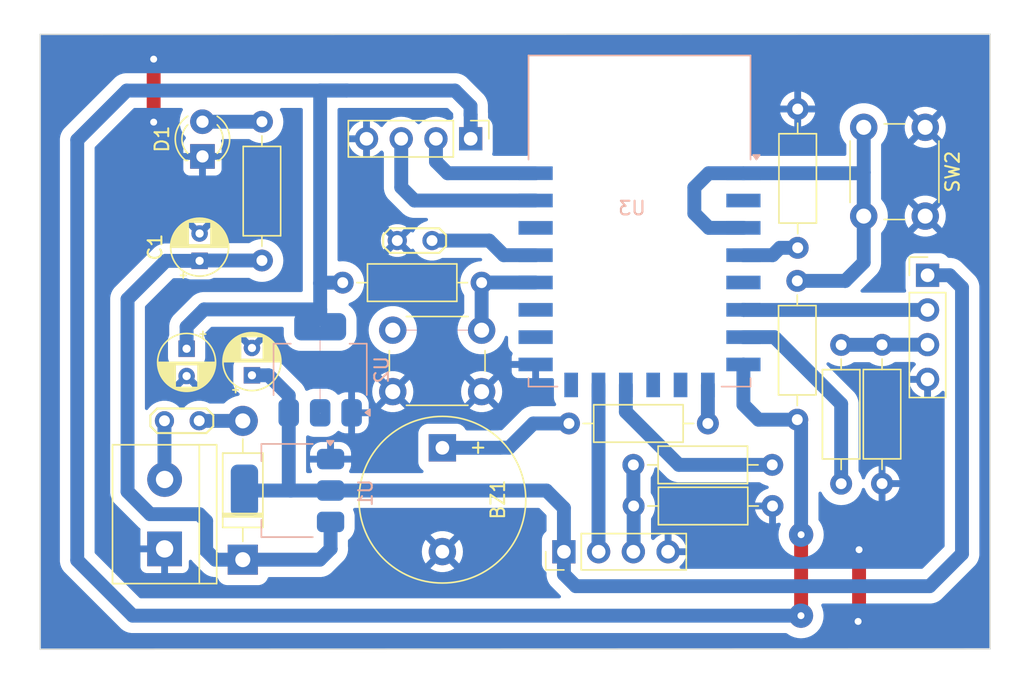
<source format=kicad_pcb>
(kicad_pcb (version 20240108) (generator "pcbnew") (generator_version "8.0")
  (layers (0 "F.Cu" signal) (31 "B.Cu" signal) (34 "B.Paste" user) (35 "F.Paste" user) (36 "B.SilkS" user "B.Silkscreen") (37 "F.SilkS" user "F.Silkscreen") (38 "B.Mask" user) (39 "F.Mask" user) (44 "Edge.Cuts" user))
  (net 0 "")
  (net 1 "GND")
  (net 2 "Net-(D1-A)")
  (net 3 "Net-(J3-Pin_3)")
  (net 4 "Net-(J4-Pin_3)")
  (net 5 "Net-(SW2A-D)")
  (net 6 "Net-(SW5A-C)")
  (net 7 "Net-(U3-GPIO16)")
  (net 8 "Net-(U3-GPIO4)")
  (net 10 "Net-(BZ1--)")
  (net 11 "Net-(U3-CS0)")
  (net 15 "+5V")
  (net 16 "+3.3V")
  (net 17 "/Rx")
  (net 18 "/Tx")
  (net 19 "/F_Tx")
  (net 20 "/D_Tx")
  (net 21 "/D_Rx")
  (net 22 "/F_Rx")
  (net 23 "Net-(J1-Pin_2)")
  (net 28 "Net-(D2-K)")
  (net 29 "Net-(D2-A)")
  (footprint "Resistor_THT:R_Axial_DIN0207_L6.3mm_D2.5mm_P10.16mm_Horizontal" (layer "F.Cu") (at 221.57 89.03 180)
    (property "Reference" "R5" (hide yes))
    (property "Value" "1k")
    (pad "1" thru_hole circle (at 0 0 180) (size 1.6 1.6) (drill 0.8) (layers "*.Cu" "*.Mask") (net 21 "/D_Rx"))
    (pad "2" thru_hole oval (at 10.16 0 180) (size 1.6 1.6) (drill 0.8) (layers "*.Cu" "*.Mask") (net 4 "Net-(J4-Pin_3)"))
  )
  (footprint "Connector_PinHeader_2.54mm:PinHeader_1x04_P2.54mm_Vertical" (layer "F.Cu") (at 206.33 95.39 90)
    (property "Reference" "J4" (hide yes))
    (property "Value" "Display")
    (pad "1" thru_hole rect (at 0 0 90) (size 1.7 1.7) (drill 1) (layers "*.Cu" "*.Mask") (net 15 "+5V"))
    (pad "2" thru_hole oval (at 0 2.54 90) (size 1.7 1.7) (drill 1) (layers "*.Cu" "*.Mask") (net 20 "/D_Tx"))
    (pad "3" thru_hole oval (at 0 5.08 90) (size 1.7 1.7) (drill 1) (layers "*.Cu" "*.Mask") (net 4 "Net-(J4-Pin_3)"))
    (pad "4" thru_hole oval (at 0 7.62 90) (size 1.7 1.7) (drill 1) (layers "*.Cu" "*.Mask") (net 1 "GND"))
  )
  (footprint "TestPoint:TestPoint_2Pads_Pitch2.54mm_Drill0.8mm" (layer "F.Cu") (at 196.68 72.61 180)
    (property "Reference" "SW3" (hide yes))
    (property "Value" "BTN")
    (pad "1" thru_hole circle (at 0 0 180) (size 1.4 1.4) (drill 0.8) (layers "*.Cu" "*.Mask") (net 8 "Net-(U3-GPIO4)"))
    (pad "2" thru_hole circle (at 2.54 0 180) (size 1.4 1.4) (drill 0.8) (layers "*.Cu" "*.Mask") (net 1 "GND"))
  )
  (footprint "Capacitor_THT:CP_Radial_D4.0mm_P2.00mm" (layer "F.Cu") (at 179.68 74.0926 90)
    (property "Reference" "C1" (at 1 -3.25 270) (layer "F.SilkS"))
    (property "Value" "100uF")
    (pad "1" thru_hole rect (at 0 0 90) (size 1.2 1.2) (drill 0.6) (layers "*.Cu" "*.Mask") (net 28 "Net-(D2-K)"))
    (pad "2" thru_hole circle (at 2 0 90) (size 1.2 1.2) (drill 0.6) (layers "*.Cu" "*.Mask") (net 1 "GND"))
  )
  (footprint "TestPoint:TestPoint_2Pads_Pitch2.54mm_Drill0.8mm" (layer "F.Cu") (at 177.11 85.8)
    (property "Reference" "SW1" (hide yes))
    (property "Value" "Switch" (hide yes))
    (pad "1" thru_hole circle (at 0 0) (size 1.4 1.4) (drill 0.8) (layers "*.Cu" "*.Mask") (net 23 "Net-(J1-Pin_2)"))
    (pad "2" thru_hole circle (at 2.54 0) (size 1.4 1.4) (drill 0.8) (layers "*.Cu" "*.Mask") (net 29 "Net-(D2-A)"))
  )
  (footprint "LED_THT:LED_D3.0mm" (layer "F.Cu") (at 179.89 66.45 90)
    (property "Reference" "D1" (at 1.27 -2.96 270) (layer "F.SilkS"))
    (property "Value" "LED")
    (pad "1" thru_hole rect (at 0 0 90) (size 1.8 1.8) (drill 0.9) (layers "*.Cu" "*.Mask") (net 1 "GND"))
    (pad "2" thru_hole circle (at 2.54 0 90) (size 1.8 1.8) (drill 0.9) (layers "*.Cu" "*.Mask") (net 2 "Net-(D1-A)"))
  )
  (footprint "Diode_THT:D_DO-41_SOD81_P10.16mm_Horizontal" (layer "F.Cu") (at 182.84 95.97 90)
    (property "Reference" "D2" (hide yes))
    (property "Value" "1N4001")
    (pad "1" thru_hole rect (at 0 0 90) (size 2.2 2.2) (drill 1.1) (layers "*.Cu" "*.Mask") (net 28 "Net-(D2-K)"))
    (pad "2" thru_hole oval (at 10.16 0 90) (size 2.2 2.2) (drill 1.1) (layers "*.Cu" "*.Mask") (net 29 "Net-(D2-A)"))
  )
  (footprint "Button_Switch_THT:SW_PUSH_6mm" (layer "F.Cu") (at 232.76 64.32 -90)
    (property "Reference" "SW2" (at 3.25 -2 90) (layer "F.SilkS"))
    (property "Value" "Reset")
    (pad "1" thru_hole circle (at 0 0) (size 2 2) (drill 1.1) (layers "*.Cu" "*.Mask") (net 1 "GND"))
    (pad "1" thru_hole circle (at 6.5 0) (size 2 2) (drill 1.1) (layers "*.Cu" "*.Mask") (net 1 "GND"))
    (pad "2" thru_hole circle (at 0 4.5) (size 2 2) (drill 1.1) (layers "*.Cu" "*.Mask") (net 5 "Net-(SW2A-D)"))
    (pad "2" thru_hole circle (at 6.5 4.5) (size 2 2) (drill 1.1) (layers "*.Cu" "*.Mask") (net 5 "Net-(SW2A-D)"))
  )
  (footprint "Connector_PinHeader_2.54mm:PinHeader_1x04_P2.54mm_Vertical" (layer "F.Cu") (at 199.51 65.16 -90)
    (property "Reference" "J2" (hide yes))
    (property "Value" "Programmer")
    (pad "1" thru_hole rect (at 0 0 270) (size 1.7 1.7) (drill 1) (layers "*.Cu" "*.Mask") (net 16 "+3.3V"))
    (pad "2" thru_hole oval (at 0 2.54 270) (size 1.7 1.7) (drill 1) (layers "*.Cu" "*.Mask") (net 18 "/Tx"))
    (pad "3" thru_hole oval (at 0 5.08 270) (size 1.7 1.7) (drill 1) (layers "*.Cu" "*.Mask") (net 17 "/Rx"))
    (pad "4" thru_hole oval (at 0 7.62 270) (size 1.7 1.7) (drill 1) (layers "*.Cu" "*.Mask") (net 1 "GND"))
  )
  (footprint "Resistor_THT:R_Axial_DIN0207_L6.3mm_D2.5mm_P10.16mm_Horizontal" (layer "F.Cu") (at 229.6 80.24 -90)
    (property "Reference" "R7" (hide yes))
    (property "Value" "2.2k")
    (pad "1" thru_hole circle (at 0 0 270) (size 1.6 1.6) (drill 0.8) (layers "*.Cu" "*.Mask") (net 3 "Net-(J3-Pin_3)"))
    (pad "2" thru_hole oval (at 10.16 0 270) (size 1.6 1.6) (drill 0.8) (layers "*.Cu" "*.Mask") (net 1 "GND"))
  )
  (footprint "Resistor_THT:R_Axial_DIN0207_L6.3mm_D2.5mm_P10.16mm_Horizontal" (layer "F.Cu") (at 211.43 92.04)
    (property "Reference" "R4" (hide yes))
    (property "Value" "2.2k")
    (pad "1" thru_hole circle (at 0 0) (size 1.6 1.6) (drill 0.8) (layers "*.Cu" "*.Mask") (net 4 "Net-(J4-Pin_3)"))
    (pad "2" thru_hole oval (at 10.16 0) (size 1.6 1.6) (drill 0.8) (layers "*.Cu" "*.Mask") (net 1 "GND"))
  )
  (footprint "Resistor_THT:R_Axial_DIN0207_L6.3mm_D2.5mm_P10.16mm_Horizontal" (layer "F.Cu") (at 223.43 73.14 90)
    (property "Reference" "R12" (hide yes))
    (property "Value" "10k")
    (pad "1" thru_hole circle (at 0 0 90) (size 1.6 1.6) (drill 0.8) (layers "*.Cu" "*.Mask") (net 7 "Net-(U3-GPIO16)"))
    (pad "2" thru_hole oval (at 10.16 0 90) (size 1.6 1.6) (drill 0.8) (layers "*.Cu" "*.Mask") (net 1 "GND"))
  )
  (footprint "Capacitor_THT:CP_Radial_D4.0mm_P2.00mm" (layer "F.Cu") (at 178.73 80.527401 -90)
    (property "Reference" "C3" (hide yes))
    (property "Value" "10uF")
    (pad "1" thru_hole rect (at 0 0 270) (size 1.2 1.2) (drill 0.6) (layers "*.Cu" "*.Mask") (net 16 "+3.3V"))
    (pad "2" thru_hole circle (at 2 0 270) (size 1.2 1.2) (drill 0.6) (layers "*.Cu" "*.Mask") (net 1 "GND"))
  )
  (footprint "Resistor_THT:R_Axial_DIN0207_L6.3mm_D2.5mm_P10.16mm_Horizontal" (layer "F.Cu") (at 206.7 86)
    (property "Reference" "R13" (hide yes))
    (property "Value" "100")
    (pad "1" thru_hole circle (at 0 0) (size 1.6 1.6) (drill 0.8) (layers "*.Cu" "*.Mask") (net 10 "Net-(BZ1--)"))
    (pad "2" thru_hole oval (at 10.16 0) (size 1.6 1.6) (drill 0.8) (layers "*.Cu" "*.Mask") (net 11 "Net-(U3-CS0)"))
  )
  (footprint "Resistor_THT:R_Axial_DIN0207_L6.3mm_D2.5mm_P10.16mm_Horizontal" (layer "F.Cu") (at 226.61 90.41 90)
    (property "Reference" "R6" (hide yes))
    (property "Value" "1k")
    (pad "1" thru_hole circle (at 0 0 90) (size 1.6 1.6) (drill 0.8) (layers "*.Cu" "*.Mask") (net 22 "/F_Rx"))
    (pad "2" thru_hole oval (at 10.16 0 90) (size 1.6 1.6) (drill 0.8) (layers "*.Cu" "*.Mask") (net 3 "Net-(J3-Pin_3)"))
  )
  (footprint "Capacitor_THT:CP_Radial_D4.0mm_P2.00mm" (layer "F.Cu") (at 183.51 82.4726 90)
    (property "Reference" "C2" (hide yes))
    (property "Value" "10uF")
    (pad "1" thru_hole rect (at 0 0 90) (size 1.2 1.2) (drill 0.6) (layers "*.Cu" "*.Mask") (net 15 "+5V"))
    (pad "2" thru_hole circle (at 2 0 90) (size 1.2 1.2) (drill 0.6) (layers "*.Cu" "*.Mask") (net 1 "GND"))
  )
  (footprint "Button_Switch_THT:SW_PUSH_6mm" (layer "F.Cu") (at 193.81 79.17)
    (property "Reference" "SW5" (hide yes))
    (property "Value" "Mode")
    (pad "1" thru_hole circle (at 0 0 90) (size 2 2) (drill 1.1) (layers "*.Cu" "*.Mask") (net 6 "Net-(SW5A-C)"))
    (pad "1" thru_hole circle (at 6.5 0 90) (size 2 2) (drill 1.1) (layers "*.Cu" "*.Mask") (net 6 "Net-(SW5A-C)"))
    (pad "2" thru_hole circle (at 0 4.5 90) (size 2 2) (drill 1.1) (layers "*.Cu" "*.Mask") (net 1 "GND"))
    (pad "2" thru_hole circle (at 6.5 4.5 90) (size 2 2) (drill 1.1) (layers "*.Cu" "*.Mask") (net 1 "GND"))
  )
  (footprint "Buzzer_Beeper:Buzzer_12x9.5RM7.6" (layer "F.Cu") (at 197.44 87.78 -90)
    (property "Reference" "BZ1" (at 3.79 -4.06 90) (layer "F.SilkS"))
    (property "Value" "Buzzer")
    (fp_text user "+" (at -0.01 -2.54 90) (layer "F.SilkS"))
    (pad "1" thru_hole rect (at 0 0 270) (size 2 2) (drill 1) (layers "*.Cu" "*.Mask") (net 10 "Net-(BZ1--)"))
    (pad "2" thru_hole circle (at 7.6 0 270) (size 2 2) (drill 1) (layers "*.Cu" "*.Mask") (net 1 "GND"))
  )
  (footprint "Connector_PinHeader_2.54mm:PinHeader_1x04_P2.54mm_Vertical" (layer "F.Cu") (at 232.93 75.15)
    (property "Reference" "J3" (hide yes))
    (property "Value" "Finger print")
    (pad "1" thru_hole rect (at 0 0) (size 1.7 1.7) (drill 1) (layers "*.Cu" "*.Mask") (net 15 "+5V"))
    (pad "2" thru_hole oval (at 0 2.54) (size 1.7 1.7) (drill 1) (layers "*.Cu" "*.Mask") (net 19 "/F_Tx"))
    (pad "3" thru_hole oval (at 0 5.08) (size 1.7 1.7) (drill 1) (layers "*.Cu" "*.Mask") (net 3 "Net-(J3-Pin_3)"))
    (pad "4" thru_hole oval (at 0 7.62) (size 1.7 1.7) (drill 1) (layers "*.Cu" "*.Mask") (net 1 "GND"))
  )
  (footprint "Resistor_THT:R_Axial_DIN0207_L6.3mm_D2.5mm_P10.16mm_Horizontal" (layer "F.Cu") (at 190.15 75.69)
    (property "Reference" "R3" (hide yes))
    (property "Value" "10k")
    (pad "1" thru_hole circle (at 0 0) (size 1.6 1.6) (drill 0.8) (layers "*.Cu" "*.Mask") (net 16 "+3.3V"))
    (pad "2" thru_hole oval (at 10.16 0) (size 1.6 1.6) (drill 0.8) (layers "*.Cu" "*.Mask") (net 6 "Net-(SW5A-C)"))
  )
  (footprint "TerminalBlock:TerminalBlock_bornier-2_P5.08mm" (layer "F.Cu") (at 177.12 95.18 90)
    (property "Reference" "J1" (hide yes))
    (property "Value" "Power")
    (pad "1" thru_hole rect (at 0 0 90) (size 2.54 2.54) (drill 1.27) (layers "*.Cu" "*.Mask") (net 1 "GND"))
    (pad "2" thru_hole circle (at 5.08 0 90) (size 2.54 2.54) (drill 1.27) (layers "*.Cu" "*.Mask") (net 23 "Net-(J1-Pin_2)"))
  )
  (footprint "Resistor_THT:R_Axial_DIN0207_L6.3mm_D2.5mm_P10.16mm_Horizontal" (layer "F.Cu") (at 223.4 75.56 -90)
    (property "Reference" "R2" (hide yes))
    (property "Value" "10k")
    (pad "1" thru_hole circle (at 0 0 270) (size 1.6 1.6) (drill 0.8) (layers "*.Cu" "*.Mask") (net 5 "Net-(SW2A-D)"))
    (pad "2" thru_hole oval (at 10.16 0 270) (size 1.6 1.6) (drill 0.8) (layers "*.Cu" "*.Mask") (net 16 "+3.3V"))
  )
  (footprint "Resistor_THT:R_Axial_DIN0207_L6.3mm_D2.5mm_P10.16mm_Horizontal" (layer "F.Cu") (at 184.24 74.07 90)
    (property "Reference" "R1" (hide yes))
    (property "Value" "1k")
    (pad "1" thru_hole circle (at 0 0 90) (size 1.6 1.6) (drill 0.8) (layers "*.Cu" "*.Mask") (net 28 "Net-(D2-K)"))
    (pad "2" thru_hole oval (at 10.16 0 90) (size 1.6 1.6) (drill 0.8) (layers "*.Cu" "*.Mask") (net 2 "Net-(D1-A)"))
  )
  (footprint "Package_TO_SOT_SMD:SOT-223-3_TabPin2" (layer "B.Cu") (at 188.5 82.07 90)
    (property "Reference" "U2" (at 0 4.5 270) (layer "B.SilkS") (effects (justify mirror)))
    (property "Value" "AMS1117-3.3")
    (pad "1" smd roundrect (at -3.15 2.3 90) (size 2 1.5) (layers "B.Cu" "B.Paste" "B.Mask") (net 1 "GND"))
    (pad "2" smd roundrect (at -3.15 0 90) (size 2 1.5) (layers "B.Cu" "B.Paste" "B.Mask") (net 16 "+3.3V"))
    (pad "2" smd roundrect (at 3.15 0 90) (size 2 3.8) (layers "B.Cu" "B.Paste" "B.Mask") (net 16 "+3.3V"))
    (pad "3" smd roundrect (at -3.15 -2.3 90) (size 2 1.5) (layers "B.Cu" "B.Paste" "B.Mask") (net 15 "+5V"))
  )
  (footprint "Package_TO_SOT_SMD:SOT-223-3_TabPin2" (layer "B.Cu") (at 186.11 90.9075 180)
    (property "Reference" "U1" (at -5.71 -0.1725 -90) (layer "B.SilkS") (effects (justify mirror)))
    (property "Value" "AMS1117-5.0")
    (pad "1" smd roundrect (at -3.15 2.3 180) (size 2 1.5) (layers "B.Cu" "B.Paste" "B.Mask") (net 1 "GND"))
    (pad "2" smd roundrect (at -3.15 0 180) (size 2 1.5) (layers "B.Cu" "B.Paste" "B.Mask") (net 15 "+5V"))
    (pad "2" smd roundrect (at 3.15 0 180) (size 2 3.8) (layers "B.Cu" "B.Paste" "B.Mask") (net 15 "+5V"))
    (pad "3" smd roundrect (at -3.15 -2.3 180) (size 2 1.5) (layers "B.Cu" "B.Paste" "B.Mask") (net 28 "Net-(D2-K)"))
  )
  (footprint "RF_Module:ESP-12E" (layer "B.Cu") (at 211.86 71.18 180)
    (property "Reference" "U3" (at 0.55 0.94 180) (layer "B.SilkS") (effects (justify mirror)))
    (property "Value" "ESP-12F")
    (pad "1" smd rect (at -7.6 3.5 180) (size 2.5 1) (layers "B.Cu" "B.Paste" "B.Mask") (net 5 "Net-(SW2A-D)"))
    (pad "2" smd rect (at -7.6 1.5 180) (size 2.5 1) (layers "B.Cu" "B.Paste" "B.Mask"))
    (pad "3" smd rect (at -7.6 -0.5 180) (size 2.5 1) (layers "B.Cu" "B.Paste" "B.Mask") (net 5 "Net-(SW2A-D)"))
    (pad "4" smd rect (at -7.6 -2.5 180) (size 2.5 1) (layers "B.Cu" "B.Paste" "B.Mask") (net 7 "Net-(U3-GPIO16)"))
    (pad "5" smd rect (at -7.6 -4.5 180) (size 2.5 1) (layers "B.Cu" "B.Paste" "B.Mask"))
    (pad "6" smd rect (at -7.6 -6.5 180) (size 2.5 1) (layers "B.Cu" "B.Paste" "B.Mask") (net 19 "/F_Tx"))
    (pad "7" smd rect (at -7.6 -8.5 180) (size 2.5 1) (layers "B.Cu" "B.Paste" "B.Mask") (net 22 "/F_Rx"))
    (pad "8" smd rect (at -7.6 -10.5 180) (size 2.5 1) (layers "B.Cu" "B.Paste" "B.Mask") (net 16 "+3.3V"))
    (pad "9" smd rect (at -5 -12 180) (size 1 1.8) (layers "B.Cu" "B.Paste" "B.Mask") (net 11 "Net-(U3-CS0)"))
    (pad "10" smd rect (at -3 -12 180) (size 1 1.8) (layers "B.Cu" "B.Paste" "B.Mask"))
    (pad "11" smd rect (at -1 -12 180) (size 1 1.8) (layers "B.Cu" "B.Paste" "B.Mask"))
    (pad "12" smd rect (at 1 -12 180) (size 1 1.8) (layers "B.Cu" "B.Paste" "B.Mask") (net 21 "/D_Rx"))
    (pad "13" smd rect (at 3 -12 180) (size 1 1.8) (layers "B.Cu" "B.Paste" "B.Mask") (net 20 "/D_Tx"))
    (pad "14" smd rect (at 5 -12 180) (size 1 1.8) (layers "B.Cu" "B.Paste" "B.Mask"))
    (pad "15" smd rect (at 7.6 -10.5 180) (size 2.5 1) (layers "B.Cu" "B.Paste" "B.Mask") (net 1 "GND"))
    (pad "16" smd rect (at 7.6 -8.5 180) (size 2.5 1) (layers "B.Cu" "B.Paste" "B.Mask"))
    (pad "17" smd rect (at 7.6 -6.5 180) (size 2.5 1) (layers "B.Cu" "B.Paste" "B.Mask"))
    (pad "18" smd rect (at 7.6 -4.5 180) (size 2.5 1) (layers "B.Cu" "B.Paste" "B.Mask") (net 6 "Net-(SW5A-C)"))
    (pad "19" smd rect (at 7.6 -2.5 180) (size 2.5 1) (layers "B.Cu" "B.Paste" "B.Mask") (net 8 "Net-(U3-GPIO4)"))
    (pad "20" smd rect (at 7.6 -0.5 180) (size 2.5 1) (layers "B.Cu" "B.Paste" "B.Mask"))
    (pad "21" smd rect (at 7.6 1.5 180) (size 2.5 1) (layers "B.Cu" "B.Paste" "B.Mask") (net 17 "/Rx"))
    (pad "22" smd rect (at 7.6 3.5 180) (size 2.5 1) (layers "B.Cu" "B.Paste" "B.Mask") (net 18 "/Tx"))
    (zone (net 0) (net_name "") (layers "*.Cu") (connect_pads (clearance 0)) (min_thickness 0.254)
      (keepout (tracks not_allowed) (vias not_allowed) (pads not_allowed) (copperpour not_allowed) (footprints not_allowed))
      (fill (thermal_gap 0.508) (thermal_bridge_width 0.508))
      (polygon (pts (xy 219.98 66.38) (xy 203.74 66.38) (xy 203.74 59.06) (xy 219.98 59.06)))
    )
  )
  (gr_line (start 237.5 102.5) (end 168.02 102.52) (stroke (width 0.1)) (layer "Edge.Cuts"))
  (gr_line (start 168.02 102.52) (end 168.02 57.52) (stroke (width 0.1)) (layer "Edge.Cuts"))
  (gr_line (start 168.02 57.52) (end 237.5 57.5) (stroke (width 0.1)) (layer "Edge.Cuts"))
  (gr_line (start 237.5 57.5) (end 237.5 102.5) (stroke (width 0.1)) (layer "Edge.Cuts"))
  (segment (start 227.92 95.24) (end 227.92 100.42) (width 1.016) (layer "F.Cu") (net 1))
  (segment (start 176.32 59.33) (end 176.32 63.94) (width 1.016) (layer "F.Cu") (net 1))
  (segment (start 227.92 100.42) (end 227.85 100.49) (width 1.016) (layer "F.Cu") (net 1))
  (via (at 227.92 95.24) (size 1.778) (drill 0.508) (layers "F.Cu" "B.Cu") (net 1))
  (via (at 227.85 100.49) (size 1.778) (drill 0.508) (layers "F.Cu" "B.Cu") (net 1))
  (via (at 176.32 59.33) (size 1.778) (drill 0.508) (layers "F.Cu" "B.Cu") (net 1))
  (via (at 176.32 63.94) (size 1.778) (drill 0.508) (layers "F.Cu" "B.Cu") (net 1))
  (segment (start 184.24 63.91) (end 179.89 63.91) (width 1.016) (layer "B.Cu") (net 2))
  (segment (start 229.61 80.23) (end 229.6 80.24) (width 1.016) (layer "B.Cu") (net 3))
  (segment (start 232.93 80.23) (end 229.61 80.23) (width 1.016) (layer "B.Cu") (net 3))
  (segment (start 229.6 80.24) (end 226.62 80.24) (width 1.016) (layer "B.Cu") (net 3))
  (segment (start 226.62 80.24) (end 226.61 80.25) (width 1.016) (layer "B.Cu") (net 3))
  (segment (start 211.43 95.37) (end 211.41 95.39) (width 1.016) (layer "B.Cu") (net 4))
  (segment (start 211.41 89.03) (end 211.41 92.02) (width 1.016) (layer "B.Cu") (net 4))
  (segment (start 211.41 92.02) (end 211.43 92.04) (width 1.016) (layer "B.Cu") (net 4))
  (segment (start 211.43 92.04) (end 211.43 95.37) (width 1.016) (layer "B.Cu") (net 4))
  (segment (start 228.26 70.82) (end 228.26 74.21) (width 1.016) (layer "B.Cu") (net 5))
  (segment (start 219.46 67.68) (end 228.2 67.68) (width 1.016) (layer "B.Cu") (net 5))
  (segment (start 216.93 71.68) (end 215.87 70.62) (width 1.016) (layer "B.Cu") (net 5))
  (segment (start 226.9 75.57) (end 226.89 75.56) (width 1.016) (layer "B.Cu") (net 5))
  (segment (start 215.87 68.73) (end 216.92 67.68) (width 1.016) (layer "B.Cu") (net 5))
  (segment (start 219.46 71.68) (end 216.93 71.68) (width 1.016) (layer "B.Cu") (net 5))
  (segment (start 215.87 70.62) (end 215.87 68.73) (width 1.016) (layer "B.Cu") (net 5))
  (segment (start 228.26 64.32) (end 228.26 67.62) (width 1.016) (layer "B.Cu") (net 5))
  (segment (start 226.89 75.56) (end 223.4 75.56) (width 1.016) (layer "B.Cu") (net 5))
  (segment (start 216.92 67.68) (end 219.46 67.68) (width 1.016) (layer "B.Cu") (net 5))
  (segment (start 228.26 74.21) (end 226.9 75.57) (width 1.016) (layer "B.Cu") (net 5))
  (segment (start 228.26 67.62) (end 228.26 70.82) (width 1.016) (layer "B.Cu") (net 5))
  (segment (start 228.2 67.68) (end 228.26 67.62) (width 1.016) (layer "B.Cu") (net 5))
  (segment (start 200.31 79.17) (end 193.81 79.17) (width 0.0254) (layer "F.Cu") (net 6))
  (segment (start 200.31 75.69) (end 200.31 79.17) (width 1.016) (layer "B.Cu") (net 6))
  (segment (start 204.26 75.68) (end 200.32 75.68) (width 1.016) (layer "B.Cu") (net 6))
  (segment (start 200.32 75.68) (end 200.31 75.69) (width 1.016) (layer "B.Cu") (net 6))
  (segment (start 219.46 73.68) (end 221.594472 73.68) (width 1.016) (layer "B.Cu") (net 7))
  (segment (start 222.134472 73.14) (end 223.43 73.14) (width 1.016) (layer "B.Cu") (net 7))
  (segment (start 221.594472 73.68) (end 222.134472 73.14) (width 1.016) (layer "B.Cu") (net 7))
  (segment (start 201.93 73.68) (end 200.86 72.61) (width 1.016) (layer "B.Cu") (net 8))
  (segment (start 204.26 73.68) (end 201.93 73.68) (width 1.016) (layer "B.Cu") (net 8))
  (segment (start 200.86 72.61) (end 196.68 72.61) (width 1.016) (layer "B.Cu") (net 8))
  (segment (start 201.68 87.78) (end 197.44 87.78) (width 1.016) (layer "B.Cu") (net 10))
  (segment (start 201.69 87.77) (end 201.68 87.78) (width 1.016) (layer "B.Cu") (net 10))
  (segment (start 202.32 87.77) (end 201.69 87.77) (width 1.016) (layer "B.Cu") (net 10))
  (segment (start 204.09 86) (end 202.32 87.77) (width 1.016) (layer "B.Cu") (net 10))
  (segment (start 206.7 86) (end 204.09 86) (width 1.016) (layer "B.Cu") (net 10))
  (segment (start 216.86 83.18) (end 216.86 86) (width 1.016) (layer "B.Cu") (net 11))
  (segment (start 207.2 97.91) (end 233.08 97.91) (width 1.016) (layer "B.Cu") (net 15))
  (segment (start 234.55 75.15) (end 232.93 75.15) (width 1.016) (layer "B.Cu") (net 15))
  (segment (start 186.35 90.9075) (end 182.96 90.9075) (width 1.016) (layer "B.Cu") (net 15))
  (segment (start 233.08 97.91) (end 235.45 95.54) (width 1.016) (layer "B.Cu") (net 15))
  (segment (start 189.26 90.9075) (end 205.0475 90.9075) (width 1.016) (layer "B.Cu") (net 15))
  (segment (start 183.51 82.4726) (end 184.7226 82.4726) (width 1.016) (layer "B.Cu") (net 15))
  (segment (start 235.45 95.54) (end 235.45 76.05) (width 1.016) (layer "B.Cu") (net 15))
  (segment (start 205.0475 90.9075) (end 206.33 92.19) (width 1.016) (layer "B.Cu") (net 15))
  (segment (start 206.33 95.39) (end 206.33 97.04) (width 1.016) (layer "B.Cu") (net 15))
  (segment (start 184.7226 82.4726) (end 186.2 83.95) (width 1.016) (layer "B.Cu") (net 15))
  (segment (start 186.2 85.22) (end 186.2 90.7575) (width 1.016) (layer "B.Cu") (net 15))
  (segment (start 206.33 92.19) (end 206.33 95.39) (width 1.016) (layer "B.Cu") (net 15))
  (segment (start 186.2 83.95) (end 186.2 85.22) (width 1.016) (layer "B.Cu") (net 15))
  (segment (start 189.26 90.9075) (end 186.35 90.9075) (width 1.016) (layer "B.Cu") (net 15))
  (segment (start 186.2 90.7575) (end 186.35 90.9075) (width 1.016) (layer "B.Cu") (net 15))
  (segment (start 235.45 76.05) (end 234.55 75.15) (width 1.016) (layer "B.Cu") (net 15))
  (segment (start 206.33 97.04) (end 207.2 97.91) (width 1.016) (layer "B.Cu") (net 15))
  (segment (start 223.68 100.059) (end 223.67 100.069) (width 1.016) (layer "F.Cu") (net 16))
  (segment (start 223.68 94.14) (end 223.67 94.15) (width 1.016) (layer "F.Cu") (net 16))
  (segment (start 188.49 78.89) (end 188.49 85.24) (width 0.0254) (layer "F.Cu") (net 16))
  (segment (start 223.68 94.14) (end 223.68 100.059) (width 1.016) (layer "F.Cu") (net 16))
  (via (at 188.5 85.25) (size 0.0508) (drill 0.0254) (layers "F.Cu" "B.Cu") (net 16))
  (via (at 188.49 78.89) (size 0.0508) (drill 0.0254) (layers "F.Cu" "B.Cu") (net 16))
  (via (at 223.68 94.14) (size 1.778) (drill 0.508) (layers "F.Cu" "B.Cu") (net 16))
  (via (at 223.67 100.069) (size 1.778) (drill 0.508) (layers "F.Cu" "B.Cu") (net 16))
  (segment (start 188.5 78.9) (end 188.5 78.92) (width 1.016) (layer "B.Cu") (net 16))
  (segment (start 198.36 61.63) (end 199.5 62.77) (width 1.016) (layer "B.Cu") (net 16))
  (segment (start 223.68 86) (end 223.4 85.72) (width 1.016) (layer "B.Cu") (net 16))
  (segment (start 170.73 65.25) (end 174.35 61.63) (width 1.016) (layer "B.Cu") (net 16))
  (segment (start 188.5 78.88) (end 188.49 78.89) (width 1.016) (layer "B.Cu") (net 16))
  (segment (start 178.73 78.93) (end 180.01 77.65) (width 1.016) (layer "B.Cu") (net 16))
  (segment (start 188.5 78.92) (end 188.5 75.73) (width 1.016) (layer "B.Cu") (net 16))
  (segment (start 190.15 75.69) (end 188.54 75.69) (width 1.016) (layer "B.Cu") (net 16))
  (segment (start 190.44 61.63) (end 198.36 61.63) (width 1.016) (layer "B.Cu") (net 16))
  (segment (start 199.5 63.38) (end 199.51 63.39) (width 1.016) (layer "B.Cu") (net 16))
  (segment (start 219.46 81.68) (end 219.46 84.62) (width 1.016) (layer "B.Cu") (net 16))
  (segment (start 178.73 80.26) (end 178.73 78.93) (width 1.016) (layer "B.Cu") (net 16))
  (segment (start 170.73 96.01) (end 170.73 65.25) (width 1.016) (layer "B.Cu") (net 16))
  (segment (start 223.68 94.14) (end 223.68 86) (width 1.016) (layer "B.Cu") (net 16))
  (segment (start 219.46 84.62) (end 220.56 85.72) (width 1.016) (layer "B.Cu") (net 16))
  (segment (start 188.5 77.65) (end 188.5 78.88) (width 1.016) (layer "B.Cu") (net 16))
  (segment (start 174.35 61.63) (end 190.44 61.63) (width 1.016) (layer "B.Cu") (net 16))
  (segment (start 188.49 78.89) (end 188.5 78.9) (width 1.016) (layer "B.Cu") (net 16))
  (segment (start 199.5 62.77) (end 199.5 63.38) (width 1.016) (layer "B.Cu") (net 16))
  (segment (start 223.67 100.069) (end 174.789 100.069) (width 1.016) (layer "B.Cu") (net 16))
  (segment (start 188.5 75.73) (end 188.5 61.63) (width 1.016) (layer "B.Cu") (net 16))
  (segment (start 188.54 75.69) (end 188.5 75.73) (width 1.016) (layer "B.Cu") (net 16))
  (segment (start 220.56 85.72) (end 223.4 85.72) (width 1.016) (layer "B.Cu") (net 16))
  (segment (start 199.51 63.39) (end 199.51 65.16) (width 1.016) (layer "B.Cu") (net 16))
  (segment (start 174.789 100.069) (end 170.73 96.01) (width 1.016) (layer "B.Cu") (net 16))
  (segment (start 180.01 77.65) (end 188.5 77.65) (width 1.016) (layer "B.Cu") (net 16))
  (segment (start 188.5 61.63) (end 190.44 61.63) (width 1.016) (layer "B.Cu") (net 16))
  (segment (start 204.26 69.68) (end 195.4 69.68) (width 1.016) (layer "B.Cu") (net 17))
  (segment (start 195.4 69.68) (end 194.43 68.71) (width 1.016) (layer "B.Cu") (net 17))
  (segment (start 194.43 68.71) (end 194.43 65.16) (width 1.016) (layer "B.Cu") (net 17))
  (segment (start 196.97 66.83) (end 196.97 65.16) (width 1.016) (layer "B.Cu") (net 18))
  (segment (start 197.82 67.68) (end 196.97 66.83) (width 1.016) (layer "B.Cu") (net 18))
  (segment (start 204.26 67.68) (end 197.82 67.68) (width 1.016) (layer "B.Cu") (net 18))
  (segment (start 219.47 77.69) (end 219.46 77.68) (width 1.016) (layer "B.Cu") (net 19))
  (segment (start 232.93 77.69) (end 219.47 77.69) (width 1.016) (layer "B.Cu") (net 19))
  (segment (start 208.86 95.38) (end 208.87 95.39) (width 1.016) (layer "B.Cu") (net 20))
  (segment (start 208.86 83.18) (end 208.86 95.38) (width 1.016) (layer "B.Cu") (net 20))
  (segment (start 214.74 89.03) (end 210.86 85.15) (width 1.016) (layer "B.Cu") (net 21))
  (segment (start 221.57 89.03) (end 214.74 89.03) (width 1.016) (layer "B.Cu") (net 21))
  (segment (start 210.86 85.15) (end 210.86 83.18) (width 1.016) (layer "B.Cu") (net 21))
  (segment (start 221.72 79.68) (end 219.46 79.68) (width 1.016) (layer "B.Cu") (net 22))
  (segment (start 226.61 84.57) (end 221.72 79.68) (width 1.016) (layer "B.Cu") (net 22))
  (segment (start 226.61 90.41) (end 226.61 84.57) (width 1.016) (layer "B.Cu") (net 22))
  (segment (start 177.11 90.09) (end 177.12 90.1) (width 1.016) (layer "B.Cu") (net 23))
  (segment (start 177.11 85.8) (end 177.11 90.09) (width 1.016) (layer "B.Cu") (net 23))
  (segment (start 184.24 74.07) (end 179.7026 74.07) (width 1.016) (layer "B.Cu") (net 28))
  (segment (start 177.2174 74.0926) (end 174.41 76.9) (width 1.016) (layer "B.Cu") (net 28))
  (segment (start 179.68 74.0926) (end 177.2174 74.0926) (width 1.016) (layer "B.Cu") (net 28))
  (segment (start 180.16 95.3) (end 180.83 95.97) (width 1.016) (layer "B.Cu") (net 28))
  (segment (start 179.7026 74.07) (end 179.68 74.0926) (width 1.016) (layer "B.Cu") (net 28))
  (segment (start 189.26 95.16) (end 189.26 93.2075) (width 1.016) (layer "B.Cu") (net 28))
  (segment (start 189.27 95.17) (end 189.26 95.16) (width 1.016) (layer "B.Cu") (net 28))
  (segment (start 174.41 76.9) (end 174.41 90.982103) (width 1.016) (layer "B.Cu") (net 28))
  (segment (start 180.16 93.14) (end 180.16 95.3) (width 1.016) (layer "B.Cu") (net 28))
  (segment (start 174.41 90.982103) (end 176.067897 92.64) (width 1.016) (layer "B.Cu") (net 28))
  (segment (start 182.84 95.97) (end 188.47 95.97) (width 1.016) (layer "B.Cu") (net 28))
  (segment (start 176.067897 92.64) (end 179.66 92.64) (width 1.016) (layer "B.Cu") (net 28))
  (segment (start 180.83 95.97) (end 182.84 95.97) (width 1.016) (layer "B.Cu") (net 28))
  (segment (start 188.47 95.97) (end 189.27 95.17) (width 1.016) (layer "B.Cu") (net 28))
  (segment (start 179.66 92.64) (end 180.16 93.14) (width 1.016) (layer "B.Cu") (net 28))
  (segment (start 179.66 85.81) (end 179.65 85.8) (width 1.016) (layer "B.Cu") (net 29))
  (segment (start 182.84 85.81) (end 179.66 85.81) (width 1.016) (layer "B.Cu") (net 29))
  (zone (net 1) (net_name "GND") (layer "B.Cu") (connect_pads (clearance 0.5)) (min_thickness 0.25) (fill yes (thermal_gap 0.5) (thermal_bridge_width 0.5))
    (polygon (pts (xy 240 55) (xy 240 105) (xy 165.08 105.02) (xy 165.08 55.02)))
  )
)
</source>
